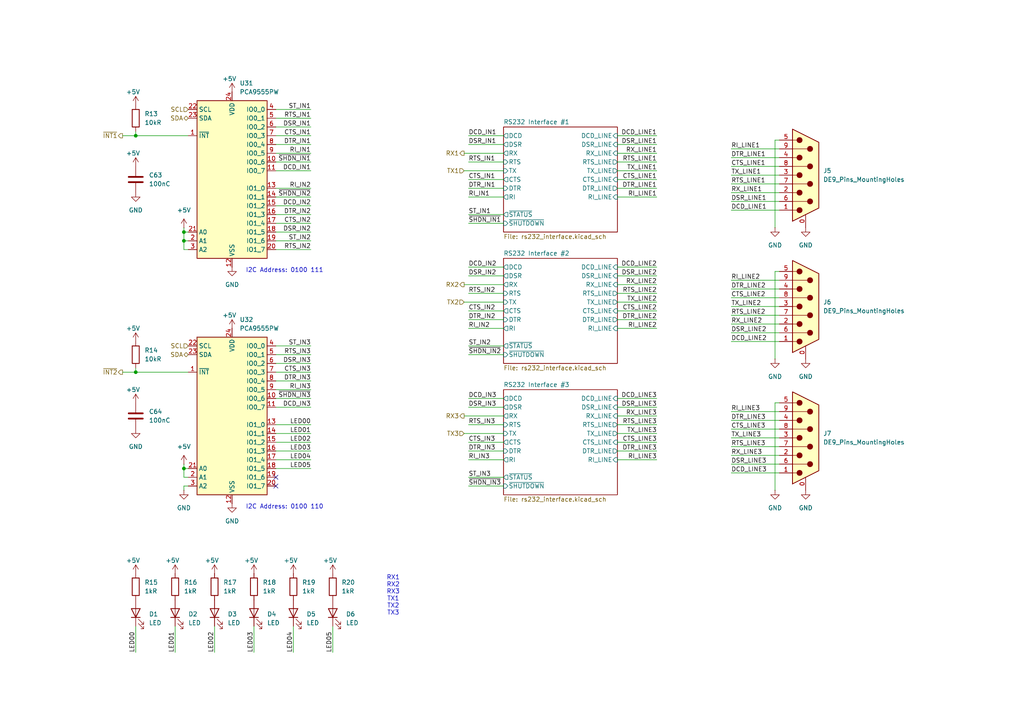
<source format=kicad_sch>
(kicad_sch (version 20250114) (generator "eeschema") (generator_version "9.0")
  (paper "A4")
  (lib_symbols
    (symbol "Connector:DE9_Pins_MountingHoles" (pin_names (offset 1.016) (hide yes))
      (property "Reference" "J" (at 0 16.51 0))
      (property "Value" "DE9_Pins_MountingHoles" (at 0 14.605 0))
      (symbol "DE9_Pins_MountingHoles_0_1"
        (polyline (pts (xy -3.81 10.16) (xy -2.54 10.16)))
        (polyline (pts (xy -3.81 7.62) (xy 0.508 7.62)))
        (polyline (pts (xy -3.81 5.08) (xy -2.54 5.08)))
        (polyline (pts (xy -3.81 2.54) (xy 0.508 2.54)))
        (polyline (pts (xy -3.81 0) (xy -2.54 0)))
        (polyline (pts (xy -3.81 -2.54) (xy 0.508 -2.54)))
        (polyline (pts (xy -3.81 -5.08) (xy -2.54 -5.08)))
        (polyline (pts (xy -3.81 -7.62) (xy 0.508 -7.62)))
        (polyline (pts (xy -3.81 -10.16) (xy -2.54 -10.16)))
        (polyline (pts (xy -3.81 -13.335) (xy -3.81 13.335) (xy 3.81 9.525) (xy 3.81 -9.525) (xy -3.81 -13.335)) (stroke (width 0.254)) (fill (type background)))
        (circle (center -1.778 10.16) (radius 0.762) (fill (type outline)))
        (circle (center -1.778 5.08) (radius 0.762) (fill (type outline)))
        (circle (center -1.778 0) (radius 0.762) (fill (type outline)))
        (circle (center -1.778 -5.08) (radius 0.762) (fill (type outline)))
        (circle (center -1.778 -10.16) (radius 0.762) (fill (type outline)))
        (circle (center 1.27 7.62) (radius 0.762) (fill (type outline)))
        (circle (center 1.27 2.54) (radius 0.762) (fill (type outline)))
        (circle (center 1.27 -2.54) (radius 0.762) (fill (type outline)))
        (circle (center 1.27 -7.62) (radius 0.762) (fill (type outline)))
      )
      (symbol "DE9_Pins_MountingHoles_1_1"
        (pin passive line (at -7.62 10.16 0) (length 3.81) (name "5") (number "5"))
        (pin passive line (at -7.62 7.62 0) (length 3.81) (name "9") (number "9"))
        (pin passive line (at -7.62 5.08 0) (length 3.81) (name "4") (number "4"))
        (pin passive line (at -7.62 2.54 0) (length 3.81) (name "8") (number "8"))
        (pin passive line (at -7.62 0 0) (length 3.81) (name "3") (number "3"))
        (pin passive line (at -7.62 -2.54 0) (length 3.81) (name "7") (number "7"))
        (pin passive line (at -7.62 -5.08 0) (length 3.81) (name "2") (number "2"))
        (pin passive line (at -7.62 -7.62 0) (length 3.81) (name "6") (number "6"))
        (pin passive line (at -7.62 -10.16 0) (length 3.81) (name "1") (number "1"))
        (pin passive line (at 0 -15.24 90) (length 3.81) (name "PAD") (number "0"))
      )
    )
    (symbol "Device:C" (pin_numbers (hide yes)) (pin_names (offset 0.254))
      (property "Reference" "C" (at 0.635 2.54 0))
      (property "Value" "C" (at 0.635 -2.54 0))
      (symbol "C_0_1"
        (polyline (pts (xy -2.032 0.762) (xy 2.032 0.762)) (stroke (width 0.508)))
        (polyline (pts (xy -2.032 -0.762) (xy 2.032 -0.762)) (stroke (width 0.508)))
      )
      (symbol "C_1_1"
        (pin passive line (at 0 3.81 270) (length 2.794) (name "~") (number "1"))
        (pin passive line (at 0 -3.81 90) (length 2.794) (name "~") (number "2"))
      )
    )
    (symbol "Device:LED" (pin_numbers (hide yes)) (pin_names (offset 1.016) (hide yes))
      (property "Reference" "D" (at 0 2.54 0))
      (property "Value" "LED" (at 0 -2.54 0))
      (symbol "LED_0_1"
        (polyline (pts (xy -3.048 -0.762) (xy -4.572 -2.286) (xy -3.81 -2.286) (xy -4.572 -2.286) (xy -4.572 -1.524)))
        (polyline (pts (xy -1.778 -0.762) (xy -3.302 -2.286) (xy -2.54 -2.286) (xy -3.302 -2.286) (xy -3.302 -1.524)))
        (polyline (pts (xy -1.27 0) (xy 1.27 0)))
        (polyline (pts (xy -1.27 -1.27) (xy -1.27 1.27)) (stroke (width 0.254)))
        (polyline (pts (xy 1.27 -1.27) (xy 1.27 1.27) (xy -1.27 0) (xy 1.27 -1.27)) (stroke (width 0.254)))
      )
      (symbol "LED_1_1"
        (pin passive line (at -3.81 0 0) (length 2.54) (name "K") (number "1"))
        (pin passive line (at 3.81 0 180) (length 2.54) (name "A") (number "2"))
      )
    )
    (symbol "Device:R" (pin_numbers (hide yes)) (pin_names (offset 0))
      (property "Reference" "R" (at 2.032 0 90))
      (property "Value" "R" (at 0 0 90))
      (symbol "R_0_1"
        (rectangle (start -1.016 -2.54) (end 1.016 2.54) (stroke (width 0.254)))
      )
      (symbol "R_1_1"
        (pin passive line (at 0 3.81 270) (length 1.27) (name "~") (number "1"))
        (pin passive line (at 0 -3.81 90) (length 1.27) (name "~") (number "2"))
      )
    )
    (symbol "Interface_Expansion:PCA9555PW"
      (property "Reference" "U" (at -8.89 24.13 0))
      (property "Value" "PCA9555PW" (at 6.35 24.13 0))
      (symbol "PCA9555PW_0_1"
        (rectangle (start -10.16 22.86) (end 10.16 -22.86) (stroke (width 0.254)) (fill (type background)))
      )
      (symbol "PCA9555PW_1_1"
        (pin input line (at -12.7 20.32 0) (length 2.54) (name "SCL") (number "22"))
        (pin bidirectional line (at -12.7 17.78 0) (length 2.54) (name "SDA") (number "23"))
        (pin open_collector line (at -12.7 12.7 0) (length 2.54) (name "~{INT}") (number "1"))
        (pin input line (at -12.7 -15.24 0) (length 2.54) (name "A0") (number "21"))
        (pin input line (at -12.7 -17.78 0) (length 2.54) (name "A1") (number "2"))
        (pin input line (at -12.7 -20.32 0) (length 2.54) (name "A2") (number "3"))
        (pin power_in line (at 0 25.4 270) (length 2.54) (name "VDD") (number "24"))
        (pin power_in line (at 0 -25.4 90) (length 2.54) (name "VSS") (number "12"))
        (pin bidirectional line (at 12.7 20.32 180) (length 2.54) (name "IO0_0") (number "4"))
        (pin bidirectional line (at 12.7 17.78 180) (length 2.54) (name "IO0_1") (number "5"))
        (pin bidirectional line (at 12.7 15.24 180) (length 2.54) (name "IO0_2") (number "6"))
        (pin bidirectional line (at 12.7 12.7 180) (length 2.54) (name "IO0_3") (number "7"))
        (pin bidirectional line (at 12.7 10.16 180) (length 2.54) (name "IO0_4") (number "8"))
        (pin bidirectional line (at 12.7 7.62 180) (length 2.54) (name "IO0_5") (number "9"))
        (pin bidirectional line (at 12.7 5.08 180) (length 2.54) (name "IO0_6") (number "10"))
        (pin bidirectional line (at 12.7 2.54 180) (length 2.54) (name "IO0_7") (number "11"))
        (pin bidirectional line (at 12.7 -2.54 180) (length 2.54) (name "IO1_0") (number "13"))
        (pin bidirectional line (at 12.7 -5.08 180) (length 2.54) (name "IO1_1") (number "14"))
        (pin bidirectional line (at 12.7 -7.62 180) (length 2.54) (name "IO1_2") (number "15"))
        (pin bidirectional line (at 12.7 -10.16 180) (length 2.54) (name "IO1_3") (number "16"))
        (pin bidirectional line (at 12.7 -12.7 180) (length 2.54) (name "IO1_4") (number "17"))
        (pin bidirectional line (at 12.7 -15.24 180) (length 2.54) (name "IO1_5") (number "18"))
        (pin bidirectional line (at 12.7 -17.78 180) (length 2.54) (name "IO1_6") (number "19"))
        (pin bidirectional line (at 12.7 -20.32 180) (length 2.54) (name "IO1_7") (number "20"))
      )
    )
    (symbol "power:+5V" (power) (pin_numbers (hide yes)) (pin_names (offset 0) (hide yes))
      (property "Value" "+5V" (at 0 3.556 0))
      (symbol "+5V_0_1"
        (polyline (pts (xy -0.762 1.27) (xy 0 2.54)))
        (polyline (pts (xy 0 2.54) (xy 0.762 1.27)))
        (polyline (pts (xy 0 0) (xy 0 2.54)))
      )
      (symbol "+5V_1_1"
        (pin power_in line (at 0 0 90) (length 0) (name "~") (number "1"))
      )
    )
    (symbol "power:GND" (power) (pin_numbers (hide yes)) (pin_names (offset 0) (hide yes))
      (property "Value" "GND" (at 0 -3.81 0))
      (symbol "GND_0_1"
        (polyline (pts (xy 0 0) (xy 0 -1.27) (xy 1.27 -1.27) (xy 0 -2.54) (xy -1.27 -1.27) (xy 0 -1.27)))
      )
      (symbol "GND_1_1"
        (pin power_in line (at 0 0 270) (length 0) (name "~") (number "1"))
      )
    )
  )
  (text "I2C Address: 0100 110" (at 82.55 147.066 0) (effects (font (size 1.27 1.27))))
  (text "RX1\nRX2\nRX3\nTX1\nTX2\nTX3" (at 114.046 172.72 0) (effects (font (size 1.27 1.27))))
  (text "I2C Address: 0100 111" (at 82.55 78.486 0) (effects (font (size 1.27 1.27))))
  (junction (at 39.37 39.37))
  (junction (at 39.37 107.95))
  (junction (at 53.34 67.31))
  (junction (at 53.34 69.85))
  (junction (at 53.34 135.89))
  (no_connect (at 80.01 140.97))
  (no_connect (at 80.01 138.43))
  (wire (pts (xy 212.09 45.72) (xy 226.06 45.72)))
  (wire (pts (xy 135.89 85.09) (xy 146.05 85.09)))
  (wire (pts (xy 80.01 34.29) (xy 90.17 34.29)))
  (wire (pts (xy 134.62 125.73) (xy 146.05 125.73)))
  (wire (pts (xy 135.89 77.47) (xy 146.05 77.47)))
  (wire (pts (xy 80.01 118.11) (xy 90.17 118.11)))
  (wire (pts (xy 135.89 90.17) (xy 146.05 90.17)))
  (wire (pts (xy 212.09 55.88) (xy 226.06 55.88)))
  (wire (pts (xy 135.89 62.23) (xy 146.05 62.23)))
  (wire (pts (xy 135.89 64.77) (xy 146.05 64.77)))
  (wire (pts (xy 135.89 130.81) (xy 146.05 130.81)))
  (wire (pts (xy 212.09 93.98) (xy 226.06 93.98)))
  (wire (pts (xy 80.01 135.89) (xy 90.17 135.89)))
  (wire (pts (xy 212.09 91.44) (xy 226.06 91.44)))
  (wire (pts (xy 53.34 135.89) (xy 54.61 135.89)))
  (wire (pts (xy 224.79 116.84) (xy 226.06 116.84)))
  (wire (pts (xy 179.07 120.65) (xy 190.5 120.65)))
  (wire (pts (xy 96.52 181.61) (xy 96.52 189.23)))
  (wire (pts (xy 135.89 46.99) (xy 146.05 46.99)))
  (wire (pts (xy 135.89 100.33) (xy 146.05 100.33)))
  (wire (pts (xy 135.89 95.25) (xy 146.05 95.25)))
  (wire (pts (xy 80.01 113.03) (xy 90.17 113.03)))
  (wire (pts (xy 53.34 69.85) (xy 53.34 72.39)))
  (wire (pts (xy 179.07 133.35) (xy 190.5 133.35)))
  (wire (pts (xy 179.07 123.19) (xy 190.5 123.19)))
  (wire (pts (xy 80.01 125.73) (xy 90.17 125.73)))
  (wire (pts (xy 39.37 38.1) (xy 39.37 39.37)))
  (wire (pts (xy 179.07 54.61) (xy 190.5 54.61)))
  (wire (pts (xy 135.89 123.19) (xy 146.05 123.19)))
  (wire (pts (xy 135.89 140.97) (xy 146.05 140.97)))
  (wire (pts (xy 39.37 107.95) (xy 54.61 107.95)))
  (wire (pts (xy 53.34 72.39) (xy 54.61 72.39)))
  (wire (pts (xy 179.07 85.09) (xy 190.5 85.09)))
  (wire (pts (xy 35.56 39.37) (xy 39.37 39.37)))
  (wire (pts (xy 212.09 124.46) (xy 226.06 124.46)))
  (wire (pts (xy 212.09 88.9) (xy 226.06 88.9)))
  (wire (pts (xy 80.01 36.83) (xy 90.17 36.83)))
  (wire (pts (xy 80.01 69.85) (xy 90.17 69.85)))
  (wire (pts (xy 179.07 39.37) (xy 190.5 39.37)))
  (wire (pts (xy 135.89 118.11) (xy 146.05 118.11)))
  (wire (pts (xy 80.01 72.39) (xy 90.17 72.39)))
  (wire (pts (xy 80.01 54.61) (xy 90.17 54.61)))
  (wire (pts (xy 135.89 128.27) (xy 146.05 128.27)))
  (wire (pts (xy 212.09 43.18) (xy 226.06 43.18)))
  (wire (pts (xy 179.07 87.63) (xy 190.5 87.63)))
  (wire (pts (xy 53.34 140.97) (xy 54.61 140.97)))
  (wire (pts (xy 134.62 120.65) (xy 146.05 120.65)))
  (wire (pts (xy 53.34 69.85) (xy 54.61 69.85)))
  (wire (pts (xy 80.01 67.31) (xy 90.17 67.31)))
  (wire (pts (xy 179.07 115.57) (xy 190.5 115.57)))
  (wire (pts (xy 80.01 41.91) (xy 90.17 41.91)))
  (wire (pts (xy 73.66 181.61) (xy 73.66 189.23)))
  (wire (pts (xy 50.8 181.61) (xy 50.8 189.23)))
  (wire (pts (xy 80.01 105.41) (xy 90.17 105.41)))
  (wire (pts (xy 224.79 104.14) (xy 224.79 78.74)))
  (wire (pts (xy 135.89 92.71) (xy 146.05 92.71)))
  (wire (pts (xy 53.34 66.04) (xy 53.34 67.31)))
  (wire (pts (xy 224.79 78.74) (xy 226.06 78.74)))
  (wire (pts (xy 53.34 140.97) (xy 53.34 142.24)))
  (wire (pts (xy 212.09 81.28) (xy 226.06 81.28)))
  (wire (pts (xy 80.01 39.37) (xy 90.17 39.37)))
  (wire (pts (xy 135.89 133.35) (xy 146.05 133.35)))
  (wire (pts (xy 212.09 119.38) (xy 226.06 119.38)))
  (wire (pts (xy 179.07 52.07) (xy 190.5 52.07)))
  (wire (pts (xy 135.89 138.43) (xy 146.05 138.43)))
  (wire (pts (xy 212.09 60.96) (xy 226.06 60.96)))
  (wire (pts (xy 179.07 46.99) (xy 190.5 46.99)))
  (wire (pts (xy 135.89 115.57) (xy 146.05 115.57)))
  (wire (pts (xy 179.07 130.81) (xy 190.5 130.81)))
  (wire (pts (xy 80.01 102.87) (xy 90.17 102.87)))
  (wire (pts (xy 135.89 41.91) (xy 146.05 41.91)))
  (wire (pts (xy 134.62 82.55) (xy 146.05 82.55)))
  (wire (pts (xy 179.07 118.11) (xy 190.5 118.11)))
  (wire (pts (xy 80.01 57.15) (xy 90.17 57.15)))
  (wire (pts (xy 80.01 62.23) (xy 90.17 62.23)))
  (wire (pts (xy 179.07 95.25) (xy 190.5 95.25)))
  (wire (pts (xy 53.34 134.62) (xy 53.34 135.89)))
  (wire (pts (xy 224.79 40.64) (xy 226.06 40.64)))
  (wire (pts (xy 179.07 80.01) (xy 190.5 80.01)))
  (wire (pts (xy 212.09 134.62) (xy 226.06 134.62)))
  (wire (pts (xy 135.89 80.01) (xy 146.05 80.01)))
  (wire (pts (xy 212.09 137.16) (xy 226.06 137.16)))
  (wire (pts (xy 179.07 77.47) (xy 190.5 77.47)))
  (wire (pts (xy 80.01 46.99) (xy 90.17 46.99)))
  (wire (pts (xy 179.07 90.17) (xy 190.5 90.17)))
  (wire (pts (xy 80.01 133.35) (xy 90.17 133.35)))
  (wire (pts (xy 39.37 39.37) (xy 54.61 39.37)))
  (wire (pts (xy 80.01 128.27) (xy 90.17 128.27)))
  (wire (pts (xy 53.34 67.31) (xy 54.61 67.31)))
  (wire (pts (xy 212.09 129.54) (xy 226.06 129.54)))
  (wire (pts (xy 212.09 127) (xy 226.06 127)))
  (wire (pts (xy 80.01 31.75) (xy 90.17 31.75)))
  (wire (pts (xy 80.01 107.95) (xy 90.17 107.95)))
  (wire (pts (xy 53.34 138.43) (xy 54.61 138.43)))
  (wire (pts (xy 212.09 53.34) (xy 226.06 53.34)))
  (wire (pts (xy 39.37 181.61) (xy 39.37 189.23)))
  (wire (pts (xy 179.07 82.55) (xy 190.5 82.55)))
  (wire (pts (xy 224.79 66.04) (xy 224.79 40.64)))
  (wire (pts (xy 80.01 59.69) (xy 90.17 59.69)))
  (wire (pts (xy 179.07 92.71) (xy 190.5 92.71)))
  (wire (pts (xy 80.01 115.57) (xy 90.17 115.57)))
  (wire (pts (xy 135.89 54.61) (xy 146.05 54.61)))
  (wire (pts (xy 53.34 67.31) (xy 53.34 69.85)))
  (wire (pts (xy 212.09 86.36) (xy 226.06 86.36)))
  (wire (pts (xy 80.01 64.77) (xy 90.17 64.77)))
  (wire (pts (xy 212.09 58.42) (xy 226.06 58.42)))
  (wire (pts (xy 80.01 110.49) (xy 90.17 110.49)))
  (wire (pts (xy 212.09 99.06) (xy 226.06 99.06)))
  (wire (pts (xy 134.62 87.63) (xy 146.05 87.63)))
  (wire (pts (xy 179.07 49.53) (xy 190.5 49.53)))
  (wire (pts (xy 179.07 41.91) (xy 190.5 41.91)))
  (wire (pts (xy 80.01 49.53) (xy 90.17 49.53)))
  (wire (pts (xy 179.07 57.15) (xy 190.5 57.15)))
  (wire (pts (xy 134.62 44.45) (xy 146.05 44.45)))
  (wire (pts (xy 62.23 181.61) (xy 62.23 189.23)))
  (wire (pts (xy 80.01 130.81) (xy 90.17 130.81)))
  (wire (pts (xy 135.89 57.15) (xy 146.05 57.15)))
  (wire (pts (xy 212.09 83.82) (xy 226.06 83.82)))
  (wire (pts (xy 135.89 102.87) (xy 146.05 102.87)))
  (wire (pts (xy 179.07 44.45) (xy 190.5 44.45)))
  (wire (pts (xy 135.89 52.07) (xy 146.05 52.07)))
  (wire (pts (xy 212.09 48.26) (xy 226.06 48.26)))
  (wire (pts (xy 212.09 50.8) (xy 226.06 50.8)))
  (wire (pts (xy 80.01 44.45) (xy 90.17 44.45)))
  (wire (pts (xy 85.09 181.61) (xy 85.09 189.23)))
  (wire (pts (xy 135.89 39.37) (xy 146.05 39.37)))
  (wire (pts (xy 80.01 123.19) (xy 90.17 123.19)))
  (wire (pts (xy 134.62 49.53) (xy 146.05 49.53)))
  (wire (pts (xy 80.01 100.33) (xy 90.17 100.33)))
  (wire (pts (xy 39.37 106.68) (xy 39.37 107.95)))
  (wire (pts (xy 212.09 121.92) (xy 226.06 121.92)))
  (wire (pts (xy 179.07 128.27) (xy 190.5 128.27)))
  (wire (pts (xy 212.09 132.08) (xy 226.06 132.08)))
  (wire (pts (xy 53.34 135.89) (xy 53.34 138.43)))
  (wire (pts (xy 212.09 96.52) (xy 226.06 96.52)))
  (wire (pts (xy 179.07 125.73) (xy 190.5 125.73)))
  (wire (pts (xy 35.56 107.95) (xy 39.37 107.95)))
  (wire (pts (xy 224.79 142.24) (xy 224.79 116.84)))
  (label "DTR_IN1" (at 135.89 54.61 0))
  (label "ST_IN1" (at 90.17 31.75 180))
  (label "~{SHDN_IN3}" (at 135.89 140.97 0))
  (label "RX_LINE1" (at 190.5 44.45 180))
  (label "ST_IN2" (at 90.17 69.85 180))
  (label "DTR_LINE3" (at 190.5 130.81 180))
  (label "RI_LINE2" (at 212.09 81.28 0))
  (label "DCD_IN1" (at 90.17 49.53 180))
  (label "LED01" (at 90.17 125.73 180))
  (label "RTS_LINE1" (at 212.09 53.34 0))
  (label "LED00" (at 39.37 189.23 90))
  (label "DCD_LINE3" (at 190.5 115.57 180))
  (label "RI_LINE2" (at 190.5 95.25 180))
  (label "LED04" (at 90.17 133.35 180))
  (label "DSR_LINE3" (at 212.09 134.62 0))
  (label "DTR_IN2" (at 135.89 92.71 0))
  (label "RTS_IN2" (at 135.89 85.09 0))
  (label "DSR_LINE1" (at 212.09 58.42 0))
  (label "DSR_IN1" (at 135.89 41.91 0))
  (label "DSR_LINE2" (at 212.09 96.52 0))
  (label "RTS_IN1" (at 90.17 34.29 180))
  (label "RTS_LINE3" (at 212.09 129.54 0))
  (label "RTS_IN2" (at 90.17 72.39 180))
  (label "TX_LINE2" (at 190.5 87.63 180))
  (label "RTS_LINE2" (at 212.09 91.44 0))
  (label "RX_LINE3" (at 212.09 132.08 0))
  (label "LED02" (at 90.17 128.27 180))
  (label "RI_IN3" (at 135.89 133.35 0))
  (label "DTR_IN3" (at 90.17 110.49 180))
  (label "DCD_LINE1" (at 212.09 60.96 0))
  (label "DCD_LINE3" (at 212.09 137.16 0))
  (label "~{SHDN_IN2}" (at 135.89 102.87 0))
  (label "CTS_IN3" (at 90.17 107.95 180))
  (label "DTR_IN2" (at 90.17 62.23 180))
  (label "LED00" (at 90.17 123.19 180))
  (label "ST_IN3" (at 135.89 138.43 0))
  (label "DTR_LINE1" (at 212.09 45.72 0))
  (label "DTR_LINE1" (at 190.5 54.61 180))
  (label "ST_IN1" (at 135.89 62.23 0))
  (label "ST_IN3" (at 90.17 100.33 180))
  (label "DSR_LINE1" (at 190.5 41.91 180))
  (label "TX_LINE3" (at 212.09 127 0))
  (label "CTS_IN2" (at 90.17 64.77 180))
  (label "LED02" (at 62.23 189.23 90))
  (label "CTS_IN1" (at 90.17 39.37 180))
  (label "DCD_LINE1" (at 190.5 39.37 180))
  (label "DSR_IN2" (at 90.17 67.31 180))
  (label "TX_LINE1" (at 190.5 49.53 180))
  (label "RTS_IN3" (at 135.89 123.19 0))
  (label "DCD_IN3" (at 135.89 115.57 0))
  (label "DCD_IN1" (at 135.89 39.37 0))
  (label "DSR_IN3" (at 135.89 118.11 0))
  (label "RI_LINE3" (at 190.5 133.35 180))
  (label "RI_IN2" (at 135.89 95.25 0))
  (label "LED03" (at 73.66 189.23 90))
  (label "LED05" (at 90.17 135.89 180))
  (label "LED03" (at 90.17 130.81 180))
  (label "CTS_LINE2" (at 190.5 90.17 180))
  (label "CTS_LINE1" (at 190.5 52.07 180))
  (label "RX_LINE1" (at 212.09 55.88 0))
  (label "TX_LINE2" (at 212.09 88.9 0))
  (label "CTS_LINE1" (at 212.09 48.26 0))
  (label "CTS_LINE2" (at 212.09 86.36 0))
  (label "LED04" (at 85.09 189.23 90))
  (label "RX_LINE2" (at 190.5 82.55 180))
  (label "LED01" (at 50.8 189.23 90))
  (label "CTS_IN3" (at 135.89 128.27 0))
  (label "DCD_LINE2" (at 190.5 77.47 180))
  (label "DTR_LINE3" (at 212.09 121.92 0))
  (label "RI_IN1" (at 90.17 44.45 180))
  (label "DCD_LINE2" (at 212.09 99.06 0))
  (label "RTS_LINE1" (at 190.5 46.99 180))
  (label "DSR_LINE2" (at 190.5 80.01 180))
  (label "RI_LINE3" (at 212.09 119.38 0))
  (label "DSR_IN2" (at 135.89 80.01 0))
  (label "RTS_IN1" (at 135.89 46.99 0))
  (label "DSR_IN3" (at 90.17 105.41 180))
  (label "ST_IN2" (at 135.89 100.33 0))
  (label "~{SHDN_IN1}" (at 135.89 64.77 0))
  (label "DSR_IN1" (at 90.17 36.83 180))
  (label "DTR_IN1" (at 90.17 41.91 180))
  (label "DCD_IN2" (at 135.89 77.47 0))
  (label "LED05" (at 96.52 189.23 90))
  (label "RTS_IN3" (at 90.17 102.87 180))
  (label "TX_LINE3" (at 190.5 125.73 180))
  (label "RX_LINE3" (at 190.5 120.65 180))
  (label "~{SHDN_IN1}" (at 90.17 46.99 180))
  (label "DCD_IN2" (at 90.17 59.69 180))
  (label "RI_IN3" (at 90.17 113.03 180))
  (label "DTR_IN3" (at 135.89 130.81 0))
  (label "~{SHDN_IN3}" (at 90.17 115.57 180))
  (label "RI_IN2" (at 90.17 54.61 180))
  (label "RI_LINE1" (at 212.09 43.18 0))
  (label "CTS_IN1" (at 135.89 52.07 0))
  (label "CTS_IN2" (at 135.89 90.17 0))
  (label "DSR_LINE3" (at 190.5 118.11 180))
  (label "DTR_LINE2" (at 190.5 92.71 180))
  (label "RI_LINE1" (at 190.5 57.15 180))
  (label "RI_IN1" (at 135.89 57.15 0))
  (label "RX_LINE2" (at 212.09 93.98 0))
  (label "DCD_IN3" (at 90.17 118.11 180))
  (label "TX_LINE1" (at 212.09 50.8 0))
  (label "~{SHDN_IN2}" (at 90.17 57.15 180))
  (label "DTR_LINE2" (at 212.09 83.82 0))
  (label "CTS_LINE3" (at 190.5 128.27 180))
  (label "RTS_LINE3" (at 190.5 123.19 180))
  (label "CTS_LINE3" (at 212.09 124.46 0))
  (label "RTS_LINE2" (at 190.5 85.09 180))
  (hierarchical_label "TX3" (shape input) (at 134.62 125.73 180))
  (hierarchical_label "SDA" (shape bidirectional) (at 54.61 34.29 180))
  (hierarchical_label "SCL" (shape input) (at 54.61 31.75 180))
  (hierarchical_label "RX1" (shape output) (at 134.62 44.45 180))
  (hierarchical_label "RX2" (shape output) (at 134.62 82.55 180))
  (hierarchical_label "SCL" (shape input) (at 54.61 100.33 180))
  (hierarchical_label "TX2" (shape input) (at 134.62 87.63 180))
  (hierarchical_label "SDA" (shape bidirectional) (at 54.61 102.87 180))
  (hierarchical_label "RX3" (shape output) (at 134.62 120.65 180))
  (hierarchical_label "~{INT1}" (shape output) (at 35.56 39.37 180))
  (hierarchical_label "TX1" (shape input) (at 134.62 49.53 180))
  (hierarchical_label "~{INT2}" (shape output) (at 35.56 107.95 180))
  (symbol (lib_id "Device:LED") (at 50.8 177.8 90) (unit 1)
    (property "Reference" "D2" (at 54.61 178.1174 90) (effects (justify right)))
    (property "Value" "LED" (at 54.61 180.6574 90) (effects (justify right)))
    (property "Footprint" "LED_SMD:LED_0805_2012Metric" (effects (hide yes)))
  )
  (symbol (lib_id "power:GND") (at 233.68 104.14 0) (unit 1)
    (property "Reference" "#PWR0188" (effects (hide yes)))
    (property "Value" "GND" (at 233.68 109.22 0))
    (property "Description" "Power symbol creates a global label with name \"GND\" , ground" (effects (hide yes)))
  )
  (symbol (lib_id "Device:LED") (at 85.09 177.8 90) (unit 1)
    (property "Reference" "D5" (at 88.9 178.1174 90) (effects (justify right)))
    (property "Value" "LED" (at 88.9 180.6574 90) (effects (justify right)))
    (property "Footprint" "LED_SMD:LED_0805_2012Metric" (effects (hide yes)))
  )
  (symbol (lib_id "Device:R") (at 50.8 170.18 0) (unit 1)
    (property "Reference" "R16" (at 53.34 168.9099 0) (effects (justify left)))
    (property "Value" "1kR" (at 53.34 171.4499 0) (effects (justify left)))
    (property "Footprint" "Resistor_SMD:R_0805_2012Metric" (effects (hide yes)))
  )
  (symbol (lib_id "power:+5V") (at 39.37 30.48 0) (mirror y) (unit 1)
    (property "Reference" "#PWR0165" (effects (hide yes)))
    (property "Value" "+5V" (at 40.64 26.67 0) (effects (justify left)))
  )
  (symbol (lib_id "power:GND") (at 53.34 142.24 0) (unit 1)
    (property "Reference" "#PWR0175" (effects (hide yes)))
    (property "Value" "GND" (at 53.34 147.32 0))
    (property "Description" "Power symbol creates a global label with name \"GND\" , ground" (effects (hide yes)))
  )
  (symbol (lib_id "power:GND") (at 233.68 142.24 0) (unit 1)
    (property "Reference" "#PWR0189" (effects (hide yes)))
    (property "Value" "GND" (at 233.68 147.32 0))
    (property "Description" "Power symbol creates a global label with name \"GND\" , ground" (effects (hide yes)))
  )
  (symbol (lib_id "power:+5V") (at 85.09 166.37 0) (mirror y) (unit 1)
    (property "Reference" "#PWR0182" (effects (hide yes)))
    (property "Value" "+5V" (at 86.36 162.56 0) (effects (justify left)))
  )
  (symbol (lib_id "power:GND") (at 233.68 66.04 0) (unit 1)
    (property "Reference" "#PWR0187" (effects (hide yes)))
    (property "Value" "GND" (at 233.68 71.12 0))
    (property "Description" "Power symbol creates a global label with name \"GND\" , ground" (effects (hide yes)))
  )
  (symbol (lib_id "Device:C") (at 39.37 52.07 0) (unit 1)
    (property "Reference" "C63" (at 43.18 50.7999 0) (effects (justify left)))
    (property "Value" "100nC" (at 43.18 53.3399 0) (effects (justify left)))
    (property "Footprint" "Capacitor_SMD:C_0805_2012Metric" (effects (hide yes)))
    (property "Description" "Unpolarized capacitor" (effects (hide yes)))
  )
  (symbol (lib_id "power:+5V") (at 67.31 95.25 0) (mirror y) (unit 1)
    (property "Reference" "#PWR0179" (effects (hide yes)))
    (property "Value" "+5V" (at 68.58 91.44 0) (effects (justify left)))
  )
  (symbol (lib_id "Interface_Expansion:PCA9555PW") (at 67.31 52.07 0) (unit 1)
    (property "Reference" "U31" (at 69.5041 24.13 0) (effects (justify left)))
    (property "Value" "PCA9555PW" (at 69.5041 26.67 0) (effects (justify left)))
    (property "Footprint" "Package_SO:TSSOP-24_4.4x7.8mm_P0.65mm" (effects (hide yes)))
    (property "Datasheet" "https://www.nxp.com/docs/en/data-sheet/PCA9555.pdf" (effects (hide yes)))
    (property "Description" "IO expander 16 GPIO, I2C 400kHz, Interrupt, 2.3 - 5.5V, TSSOP-24" (effects (hide yes)))
    (property "MPN" "PCA9555PW,118" (effects (hide yes)))
    (property "Status" "OK" (effects (hide yes)))
  )
  (symbol (lib_id "Device:R") (at 85.09 170.18 0) (unit 1)
    (property "Reference" "R19" (at 87.63 168.9099 0) (effects (justify left)))
    (property "Value" "1kR" (at 87.63 171.4499 0) (effects (justify left)))
    (property "Footprint" "Resistor_SMD:R_0805_2012Metric" (effects (hide yes)))
  )
  (symbol (lib_id "power:GND") (at 224.79 66.04 0) (unit 1)
    (property "Reference" "#PWR0184" (effects (hide yes)))
    (property "Value" "GND" (at 224.79 71.12 0))
    (property "Description" "Power symbol creates a global label with name \"GND\" , ground" (effects (hide yes)))
  )
  (symbol (lib_id "Device:R") (at 73.66 170.18 0) (unit 1)
    (property "Reference" "R18" (at 76.2 168.9099 0) (effects (justify left)))
    (property "Value" "1kR" (at 76.2 171.4499 0) (effects (justify left)))
    (property "Footprint" "Resistor_SMD:R_0805_2012Metric" (effects (hide yes)))
  )
  (symbol (lib_id "Device:LED") (at 39.37 177.8 90) (unit 1)
    (property "Reference" "D1" (at 43.18 178.1174 90) (effects (justify right)))
    (property "Value" "LED" (at 43.18 180.6574 90) (effects (justify right)))
    (property "Footprint" "LED_SMD:LED_0805_2012Metric" (effects (hide yes)))
  )
  (symbol (lib_id "Device:R") (at 39.37 102.87 180) (unit 1)
    (property "Reference" "R14" (at 41.91 101.5999 0) (effects (justify right)))
    (property "Value" "10kR" (at 41.91 104.1399 0) (effects (justify right)))
    (property "Footprint" "Resistor_SMD:R_0805_2012Metric" (effects (hide yes)))
    (property "Description" "Resistor" (effects (hide yes)))
  )
  (symbol (lib_id "Connector:DE9_Pins_MountingHoles") (at 233.68 88.9 0) (unit 1)
    (property "Reference" "J6" (at 238.76 87.6299 0) (effects (justify left)))
    (property "Value" "DE9_Pins_MountingHoles" (at 238.76 90.1699 0) (effects (justify left)))
    (property "Footprint" "Connector_Dsub:DSUB-9_Pins_Vertical_P2.77x2.84mm_MountingHoles" (effects (hide yes)))
    (property "Description" "9-pin D-SUB connector, pins (male), Mounting Hole" (effects (hide yes)))
  )
  (symbol (lib_id "power:+5V") (at 39.37 48.26 0) (mirror y) (unit 1)
    (property "Reference" "#PWR0166" (effects (hide yes)))
    (property "Value" "+5V" (at 40.64 44.45 0) (effects (justify left)))
  )
  (symbol (lib_id "power:+5V") (at 96.52 166.37 0) (mirror y) (unit 1)
    (property "Reference" "#PWR0183" (effects (hide yes)))
    (property "Value" "+5V" (at 97.79 162.56 0) (effects (justify left)))
  )
  (symbol (lib_id "power:+5V") (at 53.34 66.04 0) (unit 1)
    (property "Reference" "#PWR0173" (effects (hide yes)))
    (property "Value" "+5V" (at 53.34 60.96 0))
    (property "Description" "Power symbol creates a global label with name \"+5V\"" (effects (hide yes)))
  )
  (symbol (lib_id "Device:R") (at 39.37 170.18 0) (unit 1)
    (property "Reference" "R15" (at 41.91 168.9099 0) (effects (justify left)))
    (property "Value" "1kR" (at 41.91 171.4499 0) (effects (justify left)))
    (property "Footprint" "Resistor_SMD:R_0805_2012Metric" (effects (hide yes)))
  )
  (symbol (lib_id "power:GND") (at 39.37 124.46 0) (unit 1)
    (property "Reference" "#PWR0170" (effects (hide yes)))
    (property "Value" "GND" (at 39.37 129.54 0))
    (property "Description" "Power symbol creates a global label with name \"GND\" , ground" (effects (hide yes)))
  )
  (symbol (lib_id "Connector:DE9_Pins_MountingHoles") (at 233.68 50.8 0) (unit 1)
    (property "Reference" "J5" (at 238.76 49.5299 0) (effects (justify left)))
    (property "Value" "DE9_Pins_MountingHoles" (at 238.76 52.0699 0) (effects (justify left)))
    (property "Footprint" "Connector_Dsub:DSUB-9_Pins_Vertical_P2.77x2.84mm_MountingHoles" (effects (hide yes)))
    (property "Description" "9-pin D-SUB connector, pins (male), Mounting Hole" (effects (hide yes)))
  )
  (symbol (lib_id "power:+5V") (at 50.8 166.37 0) (mirror y) (unit 1)
    (property "Reference" "#PWR0172" (effects (hide yes)))
    (property "Value" "+5V" (at 52.07 162.56 0) (effects (justify left)))
  )
  (symbol (lib_id "power:GND") (at 67.31 146.05 0) (unit 1)
    (property "Reference" "#PWR0180" (effects (hide yes)))
    (property "Value" "GND" (at 67.31 151.13 0))
    (property "Description" "Power symbol creates a global label with name \"GND\" , ground" (effects (hide yes)))
  )
  (symbol (lib_id "power:+5V") (at 73.66 166.37 0) (mirror y) (unit 1)
    (property "Reference" "#PWR0181" (effects (hide yes)))
    (property "Value" "+5V" (at 74.93 162.56 0) (effects (justify left)))
  )
  (symbol (lib_id "power:+5V") (at 53.34 134.62 0) (unit 1)
    (property "Reference" "#PWR0174" (effects (hide yes)))
    (property "Value" "+5V" (at 53.34 129.54 0))
    (property "Description" "Power symbol creates a global label with name \"+5V\"" (effects (hide yes)))
  )
  (symbol (lib_id "power:+5V") (at 67.31 26.67 0) (mirror y) (unit 1)
    (property "Reference" "#PWR0177" (effects (hide yes)))
    (property "Value" "+5V" (at 68.58 22.86 0) (effects (justify left)))
  )
  (symbol (lib_id "Device:R") (at 62.23 170.18 0) (unit 1)
    (property "Reference" "R17" (at 64.77 168.9099 0) (effects (justify left)))
    (property "Value" "1kR" (at 64.77 171.4499 0) (effects (justify left)))
    (property "Footprint" "Resistor_SMD:R_0805_2012Metric" (effects (hide yes)))
  )
  (symbol (lib_id "power:GND") (at 39.37 55.88 0) (unit 1)
    (property "Reference" "#PWR0167" (effects (hide yes)))
    (property "Value" "GND" (at 39.37 60.96 0))
    (property "Description" "Power symbol creates a global label with name \"GND\" , ground" (effects (hide yes)))
  )
  (symbol (lib_id "Device:C") (at 39.37 120.65 0) (unit 1)
    (property "Reference" "C64" (at 43.18 119.3799 0) (effects (justify left)))
    (property "Value" "100nC" (at 43.18 121.9199 0) (effects (justify left)))
    (property "Footprint" "Capacitor_SMD:C_0805_2012Metric" (effects (hide yes)))
    (property "Description" "Unpolarized capacitor" (effects (hide yes)))
  )
  (symbol (lib_id "Interface_Expansion:PCA9555PW") (at 67.31 120.65 0) (unit 1)
    (property "Reference" "U32" (at 69.5041 92.71 0) (effects (justify left)))
    (property "Value" "PCA9555PW" (at 69.5041 95.25 0) (effects (justify left)))
    (property "Footprint" "Package_SO:TSSOP-24_4.4x7.8mm_P0.65mm" (effects (hide yes)))
    (property "Datasheet" "https://www.nxp.com/docs/en/data-sheet/PCA9555.pdf" (effects (hide yes)))
    (property "Description" "IO expander 16 GPIO, I2C 400kHz, Interrupt, 2.3 - 5.5V, TSSOP-24" (effects (hide yes)))
    (property "MPN" "PCA9555PW,118" (effects (hide yes)))
    (property "Status" "OK" (effects (hide yes)))
  )
  (symbol (lib_id "power:+5V") (at 62.23 166.37 0) (mirror y) (unit 1)
    (property "Reference" "#PWR0176" (effects (hide yes)))
    (property "Value" "+5V" (at 63.5 162.56 0) (effects (justify left)))
  )
  (symbol (lib_id "Device:LED") (at 73.66 177.8 90) (unit 1)
    (property "Reference" "D4" (at 77.47 178.1174 90) (effects (justify right)))
    (property "Value" "LED" (at 77.47 180.6574 90) (effects (justify right)))
    (property "Footprint" "LED_SMD:LED_0805_2012Metric" (effects (hide yes)))
  )
  (symbol (lib_id "Device:R") (at 96.52 170.18 0) (unit 1)
    (property "Reference" "R20" (at 99.06 168.9099 0) (effects (justify left)))
    (property "Value" "1kR" (at 99.06 171.4499 0) (effects (justify left)))
    (property "Footprint" "Resistor_SMD:R_0805_2012Metric" (effects (hide yes)))
  )
  (symbol (lib_id "power:+5V") (at 39.37 166.37 0) (mirror y) (unit 1)
    (property "Reference" "#PWR0171" (effects (hide yes)))
    (property "Value" "+5V" (at 40.64 162.56 0) (effects (justify left)))
  )
  (symbol (lib_id "power:+5V") (at 39.37 116.84 0) (mirror y) (unit 1)
    (property "Reference" "#PWR0169" (effects (hide yes)))
    (property "Value" "+5V" (at 40.64 113.03 0) (effects (justify left)))
  )
  (symbol (lib_id "power:GND") (at 224.79 142.24 0) (unit 1)
    (property "Reference" "#PWR0186" (effects (hide yes)))
    (property "Value" "GND" (at 224.79 147.32 0))
    (property "Description" "Power symbol creates a global label with name \"GND\" , ground" (effects (hide yes)))
  )
  (symbol (lib_id "power:+5V") (at 39.37 99.06 0) (mirror y) (unit 1)
    (property "Reference" "#PWR0168" (effects (hide yes)))
    (property "Value" "+5V" (at 40.64 95.25 0) (effects (justify left)))
  )
  (symbol (lib_id "power:GND") (at 67.31 77.47 0) (unit 1)
    (property "Reference" "#PWR0178" (effects (hide yes)))
    (property "Value" "GND" (at 67.31 82.55 0))
    (property "Description" "Power symbol creates a global label with name \"GND\" , ground" (effects (hide yes)))
  )
  (symbol (lib_id "Device:R") (at 39.37 34.29 180) (unit 1)
    (property "Reference" "R13" (at 41.91 33.0199 0) (effects (justify right)))
    (property "Value" "10kR" (at 41.91 35.5599 0) (effects (justify right)))
    (property "Footprint" "Resistor_SMD:R_0805_2012Metric" (effects (hide yes)))
    (property "Description" "Resistor" (effects (hide yes)))
  )
  (symbol (lib_id "Device:LED") (at 96.52 177.8 90) (unit 1)
    (property "Reference" "D6" (at 100.33 178.1174 90) (effects (justify right)))
    (property "Value" "LED" (at 100.33 180.6574 90) (effects (justify right)))
    (property "Footprint" "LED_SMD:LED_0805_2012Metric" (effects (hide yes)))
  )
  (symbol (lib_id "Device:LED") (at 62.23 177.8 90) (unit 1)
    (property "Reference" "D3" (at 66.04 178.1174 90) (effects (justify right)))
    (property "Value" "LED" (at 66.04 180.6574 90) (effects (justify right)))
    (property "Footprint" "LED_SMD:LED_0805_2012Metric" (effects (hide yes)))
  )
  (symbol (lib_id "power:GND") (at 224.79 104.14 0) (unit 1)
    (property "Reference" "#PWR0185" (effects (hide yes)))
    (property "Value" "GND" (at 224.79 109.22 0))
    (property "Description" "Power symbol creates a global label with name \"GND\" , ground" (effects (hide yes)))
  )
  (symbol (lib_id "Connector:DE9_Pins_MountingHoles") (at 233.68 127 0) (unit 1)
    (property "Reference" "J7" (at 238.76 125.7299 0) (effects (justify left)))
    (property "Value" "DE9_Pins_MountingHoles" (at 238.76 128.2699 0) (effects (justify left)))
    (property "Footprint" "Connector_Dsub:DSUB-9_Pins_Vertical_P2.77x2.84mm_MountingHoles" (effects (hide yes)))
    (property "Description" "9-pin D-SUB connector, pins (male), Mounting Hole" (effects (hide yes)))
  )
  (sheet (at 146.05 36.83) (size 33.02 30.48) (stroke (width 0.1524))
    (property "Sheetname" "RS232 Interface #1" (at 146.05 36.1184 0) (effects (justify left bottom)))
    (property "Sheetfile" "rs232_interface.kicad_sch" (at 146.05 67.8946 0) (effects (justify left top)))
    (pin "CTS" output (at 146.05 52.07 180))
    (pin "CTS_LINE" input (at 179.07 52.07 0))
    (pin "DCD" output (at 146.05 39.37 180))
    (pin "DCD_LINE" input (at 179.07 39.37 0))
    (pin "DSR" output (at 146.05 41.91 180))
    (pin "DSR_LINE" input (at 179.07 41.91 0))
    (pin "DTR" input (at 146.05 54.61 180))
    (pin "DTR_LINE" output (at 179.07 54.61 0))
    (pin "RI" output (at 146.05 57.15 180))
    (pin "RI_LINE" input (at 179.07 57.15 0))
    (pin "RTS" input (at 146.05 46.99 180))
    (pin "RTS_LINE" output (at 179.07 46.99 0))
    (pin "RX" output (at 146.05 44.45 180))
    (pin "RX_LINE" input (at 179.07 44.45 0))
    (pin "TX" input (at 146.05 49.53 180))
    (pin "TX_LINE" output (at 179.07 49.53 0))
    (pin "~{SHUTDOWN}" input (at 146.05 64.77 180))
    (pin "~{STATUS}" output (at 146.05 62.23 180))
  )
  (sheet (at 146.05 113.03) (size 33.02 30.48) (stroke (width 0.1524))
    (property "Sheetname" "RS232 Interface #3" (at 146.05 112.3184 0) (effects (justify left bottom)))
    (property "Sheetfile" "rs232_interface.kicad_sch" (at 146.05 144.0946 0) (effects (justify left top)))
    (pin "CTS" output (at 146.05 128.27 180))
    (pin "CTS_LINE" input (at 179.07 128.27 0))
    (pin "DCD" output (at 146.05 115.57 180))
    (pin "DCD_LINE" input (at 179.07 115.57 0))
    (pin "DSR" output (at 146.05 118.11 180))
    (pin "DSR_LINE" input (at 179.07 118.11 0))
    (pin "DTR" input (at 146.05 130.81 180))
    (pin "DTR_LINE" output (at 179.07 130.81 0))
    (pin "RI" output (at 146.05 133.35 180))
    (pin "RI_LINE" input (at 179.07 133.35 0))
    (pin "RTS" input (at 146.05 123.19 180))
    (pin "RTS_LINE" output (at 179.07 123.19 0))
    (pin "RX" output (at 146.05 120.65 180))
    (pin "RX_LINE" input (at 179.07 120.65 0))
    (pin "TX" input (at 146.05 125.73 180))
    (pin "TX_LINE" output (at 179.07 125.73 0))
    (pin "~{SHUTDOWN}" input (at 146.05 140.97 180))
    (pin "~{STATUS}" output (at 146.05 138.43 180))
  )
  (sheet (at 146.05 74.93) (size 33.02 30.48) (stroke (width 0.1524))
    (property "Sheetname" "RS232 Interface #2" (at 146.05 74.2184 0) (effects (justify left bottom)))
    (property "Sheetfile" "rs232_interface.kicad_sch" (at 146.05 105.9946 0) (effects (justify left top)))
    (pin "CTS" output (at 146.05 90.17 180))
    (pin "CTS_LINE" input (at 179.07 90.17 0))
    (pin "DCD" output (at 146.05 77.47 180))
    (pin "DCD_LINE" input (at 179.07 77.47 0))
    (pin "DSR" output (at 146.05 80.01 180))
    (pin "DSR_LINE" input (at 179.07 80.01 0))
    (pin "DTR" input (at 146.05 92.71 180))
    (pin "DTR_LINE" output (at 179.07 92.71 0))
    (pin "RI" output (at 146.05 95.25 180))
    (pin "RI_LINE" input (at 179.07 95.25 0))
    (pin "RTS" input (at 146.05 85.09 180))
    (pin "RTS_LINE" output (at 179.07 85.09 0))
    (pin "RX" output (at 146.05 82.55 180))
    (pin "RX_LINE" input (at 179.07 82.55 0))
    (pin "TX" input (at 146.05 87.63 180))
    (pin "TX_LINE" output (at 179.07 87.63 0))
    (pin "~{SHUTDOWN}" input (at 146.05 102.87 180))
    (pin "~{STATUS}" output (at 146.05 100.33 180))
  )
)
</source>
